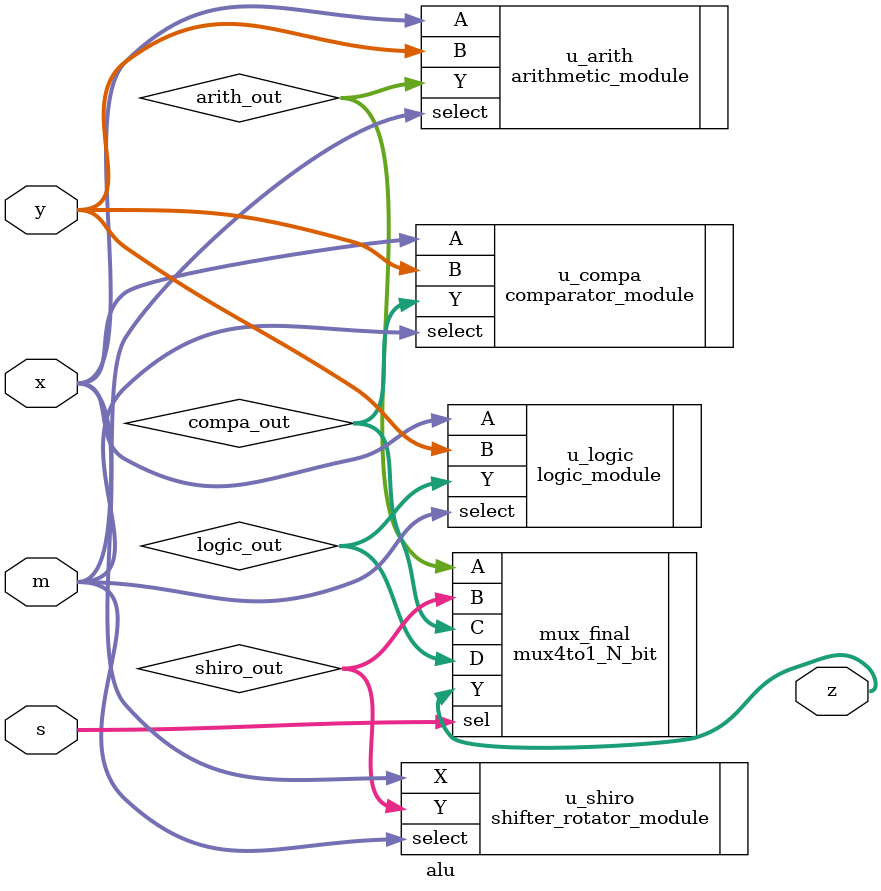
<source format=sv>
module alu (
    input logic [7:0] x,
    input logic [7:0] y,
    input logic [1:0] m,
    input logic [1:0] s,
    output logic [15:0] z
);

    logic [15:0] arith_out, shiro_out, compa_out, logic_out;

	arithmetic_module u_arith (
			.A(x),
			.B(y),
			.select(m),
			.Y(arith_out)
	);

	shifter_rotator_module u_shiro (
			.X(x),
			.select(m),
			.Y(shiro_out)
	);
	
	comparator_module u_compa (
			.A(x),
			.B(y),
			.select(m),
			.Y(compa_out)
	);
	
	logic_module u_logic (
			.A(x),
			.B(y),
			.select(m),
			.Y(logic_out)
	);

	mux4to1_N_bit #(16) mux_final (
			.A(arith_out),
			.B(shiro_out),
			.C(compa_out),
			.D(logic_out),
			.sel(s),
			.Y(z)
	);

endmodule
</source>
